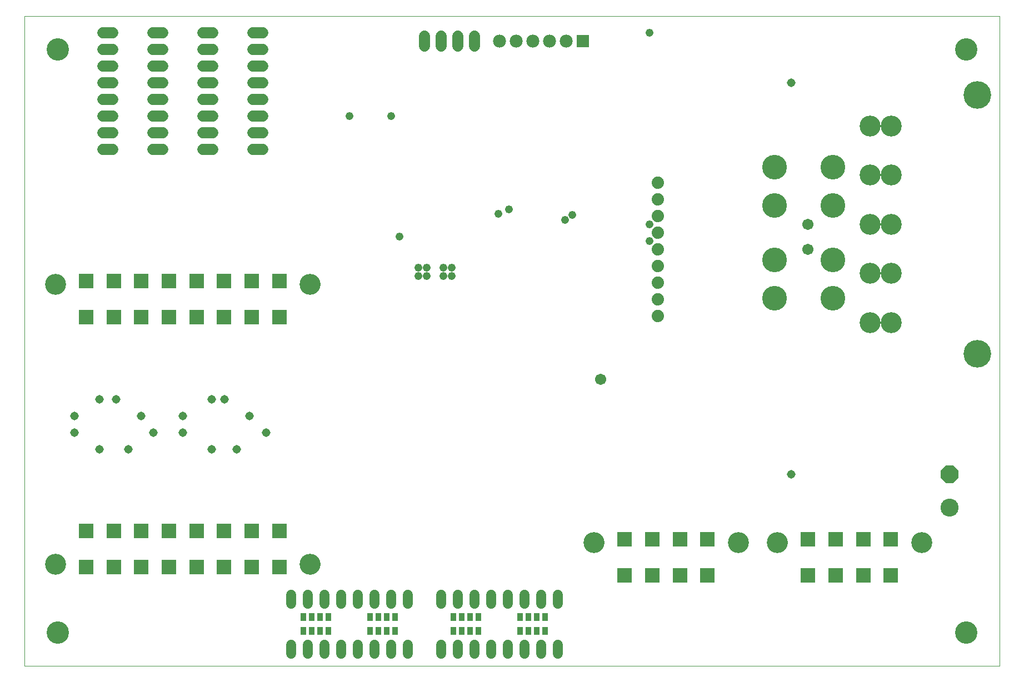
<source format=gbs>
G75*
G70*
%OFA0B0*%
%FSLAX24Y24*%
%IPPOS*%
%LPD*%
%AMOC8*
5,1,8,0,0,1.08239X$1,22.5*
%
%ADD10C,0.0000*%
%ADD11C,0.0674*%
%ADD12R,0.0907X0.0907*%
%ADD13C,0.1261*%
%ADD14C,0.1661*%
%ADD15C,0.1480*%
%ADD16C,0.0600*%
%ADD17R,0.0375X0.0513*%
%ADD18R,0.0780X0.0780*%
%ADD19C,0.0780*%
%ADD20C,0.0740*%
%ADD21C,0.1340*%
%ADD22C,0.1080*%
%ADD23OC8,0.1080*%
%ADD24C,0.0476*%
%ADD25C,0.0516*%
%ADD26C,0.0671*%
D10*
X000655Y001159D02*
X000655Y040159D01*
X059155Y040159D01*
X059155Y001159D01*
X000655Y001159D01*
X002025Y003159D02*
X002027Y003209D01*
X002033Y003259D01*
X002043Y003308D01*
X002057Y003356D01*
X002074Y003403D01*
X002095Y003448D01*
X002120Y003492D01*
X002148Y003533D01*
X002180Y003572D01*
X002214Y003609D01*
X002251Y003643D01*
X002291Y003673D01*
X002333Y003700D01*
X002377Y003724D01*
X002423Y003745D01*
X002470Y003761D01*
X002518Y003774D01*
X002568Y003783D01*
X002617Y003788D01*
X002668Y003789D01*
X002718Y003786D01*
X002767Y003779D01*
X002816Y003768D01*
X002864Y003753D01*
X002910Y003735D01*
X002955Y003713D01*
X002998Y003687D01*
X003039Y003658D01*
X003078Y003626D01*
X003114Y003591D01*
X003146Y003553D01*
X003176Y003513D01*
X003203Y003470D01*
X003226Y003426D01*
X003245Y003380D01*
X003261Y003332D01*
X003273Y003283D01*
X003281Y003234D01*
X003285Y003184D01*
X003285Y003134D01*
X003281Y003084D01*
X003273Y003035D01*
X003261Y002986D01*
X003245Y002938D01*
X003226Y002892D01*
X003203Y002848D01*
X003176Y002805D01*
X003146Y002765D01*
X003114Y002727D01*
X003078Y002692D01*
X003039Y002660D01*
X002998Y002631D01*
X002955Y002605D01*
X002910Y002583D01*
X002864Y002565D01*
X002816Y002550D01*
X002767Y002539D01*
X002718Y002532D01*
X002668Y002529D01*
X002617Y002530D01*
X002568Y002535D01*
X002518Y002544D01*
X002470Y002557D01*
X002423Y002573D01*
X002377Y002594D01*
X002333Y002618D01*
X002291Y002645D01*
X002251Y002675D01*
X002214Y002709D01*
X002180Y002746D01*
X002148Y002785D01*
X002120Y002826D01*
X002095Y002870D01*
X002074Y002915D01*
X002057Y002962D01*
X002043Y003010D01*
X002033Y003059D01*
X002027Y003109D01*
X002025Y003159D01*
X001926Y007257D02*
X001928Y007305D01*
X001934Y007353D01*
X001944Y007400D01*
X001957Y007446D01*
X001975Y007491D01*
X001995Y007535D01*
X002020Y007577D01*
X002048Y007616D01*
X002078Y007653D01*
X002112Y007687D01*
X002149Y007719D01*
X002187Y007748D01*
X002228Y007773D01*
X002271Y007795D01*
X002316Y007813D01*
X002362Y007827D01*
X002409Y007838D01*
X002457Y007845D01*
X002505Y007848D01*
X002553Y007847D01*
X002601Y007842D01*
X002649Y007833D01*
X002695Y007821D01*
X002740Y007804D01*
X002784Y007784D01*
X002826Y007761D01*
X002866Y007734D01*
X002904Y007704D01*
X002939Y007671D01*
X002971Y007635D01*
X003001Y007597D01*
X003027Y007556D01*
X003049Y007513D01*
X003069Y007469D01*
X003084Y007424D01*
X003096Y007377D01*
X003104Y007329D01*
X003108Y007281D01*
X003108Y007233D01*
X003104Y007185D01*
X003096Y007137D01*
X003084Y007090D01*
X003069Y007045D01*
X003049Y007001D01*
X003027Y006958D01*
X003001Y006917D01*
X002971Y006879D01*
X002939Y006843D01*
X002904Y006810D01*
X002866Y006780D01*
X002826Y006753D01*
X002784Y006730D01*
X002740Y006710D01*
X002695Y006693D01*
X002649Y006681D01*
X002601Y006672D01*
X002553Y006667D01*
X002505Y006666D01*
X002457Y006669D01*
X002409Y006676D01*
X002362Y006687D01*
X002316Y006701D01*
X002271Y006719D01*
X002228Y006741D01*
X002187Y006766D01*
X002149Y006795D01*
X002112Y006827D01*
X002078Y006861D01*
X002048Y006898D01*
X002020Y006937D01*
X001995Y006979D01*
X001975Y007023D01*
X001957Y007068D01*
X001944Y007114D01*
X001934Y007161D01*
X001928Y007209D01*
X001926Y007257D01*
X017202Y007257D02*
X017204Y007305D01*
X017210Y007353D01*
X017220Y007400D01*
X017233Y007446D01*
X017251Y007491D01*
X017271Y007535D01*
X017296Y007577D01*
X017324Y007616D01*
X017354Y007653D01*
X017388Y007687D01*
X017425Y007719D01*
X017463Y007748D01*
X017504Y007773D01*
X017547Y007795D01*
X017592Y007813D01*
X017638Y007827D01*
X017685Y007838D01*
X017733Y007845D01*
X017781Y007848D01*
X017829Y007847D01*
X017877Y007842D01*
X017925Y007833D01*
X017971Y007821D01*
X018016Y007804D01*
X018060Y007784D01*
X018102Y007761D01*
X018142Y007734D01*
X018180Y007704D01*
X018215Y007671D01*
X018247Y007635D01*
X018277Y007597D01*
X018303Y007556D01*
X018325Y007513D01*
X018345Y007469D01*
X018360Y007424D01*
X018372Y007377D01*
X018380Y007329D01*
X018384Y007281D01*
X018384Y007233D01*
X018380Y007185D01*
X018372Y007137D01*
X018360Y007090D01*
X018345Y007045D01*
X018325Y007001D01*
X018303Y006958D01*
X018277Y006917D01*
X018247Y006879D01*
X018215Y006843D01*
X018180Y006810D01*
X018142Y006780D01*
X018102Y006753D01*
X018060Y006730D01*
X018016Y006710D01*
X017971Y006693D01*
X017925Y006681D01*
X017877Y006672D01*
X017829Y006667D01*
X017781Y006666D01*
X017733Y006669D01*
X017685Y006676D01*
X017638Y006687D01*
X017592Y006701D01*
X017547Y006719D01*
X017504Y006741D01*
X017463Y006766D01*
X017425Y006795D01*
X017388Y006827D01*
X017354Y006861D01*
X017324Y006898D01*
X017296Y006937D01*
X017271Y006979D01*
X017251Y007023D01*
X017233Y007068D01*
X017220Y007114D01*
X017210Y007161D01*
X017204Y007209D01*
X017202Y007257D01*
X034233Y008561D02*
X034235Y008609D01*
X034241Y008657D01*
X034251Y008704D01*
X034264Y008750D01*
X034282Y008795D01*
X034302Y008839D01*
X034327Y008881D01*
X034355Y008920D01*
X034385Y008957D01*
X034419Y008991D01*
X034456Y009023D01*
X034494Y009052D01*
X034535Y009077D01*
X034578Y009099D01*
X034623Y009117D01*
X034669Y009131D01*
X034716Y009142D01*
X034764Y009149D01*
X034812Y009152D01*
X034860Y009151D01*
X034908Y009146D01*
X034956Y009137D01*
X035002Y009125D01*
X035047Y009108D01*
X035091Y009088D01*
X035133Y009065D01*
X035173Y009038D01*
X035211Y009008D01*
X035246Y008975D01*
X035278Y008939D01*
X035308Y008901D01*
X035334Y008860D01*
X035356Y008817D01*
X035376Y008773D01*
X035391Y008728D01*
X035403Y008681D01*
X035411Y008633D01*
X035415Y008585D01*
X035415Y008537D01*
X035411Y008489D01*
X035403Y008441D01*
X035391Y008394D01*
X035376Y008349D01*
X035356Y008305D01*
X035334Y008262D01*
X035308Y008221D01*
X035278Y008183D01*
X035246Y008147D01*
X035211Y008114D01*
X035173Y008084D01*
X035133Y008057D01*
X035091Y008034D01*
X035047Y008014D01*
X035002Y007997D01*
X034956Y007985D01*
X034908Y007976D01*
X034860Y007971D01*
X034812Y007970D01*
X034764Y007973D01*
X034716Y007980D01*
X034669Y007991D01*
X034623Y008005D01*
X034578Y008023D01*
X034535Y008045D01*
X034494Y008070D01*
X034456Y008099D01*
X034419Y008131D01*
X034385Y008165D01*
X034355Y008202D01*
X034327Y008241D01*
X034302Y008283D01*
X034282Y008327D01*
X034264Y008372D01*
X034251Y008418D01*
X034241Y008465D01*
X034235Y008513D01*
X034233Y008561D01*
X042895Y008561D02*
X042897Y008609D01*
X042903Y008657D01*
X042913Y008704D01*
X042926Y008750D01*
X042944Y008795D01*
X042964Y008839D01*
X042989Y008881D01*
X043017Y008920D01*
X043047Y008957D01*
X043081Y008991D01*
X043118Y009023D01*
X043156Y009052D01*
X043197Y009077D01*
X043240Y009099D01*
X043285Y009117D01*
X043331Y009131D01*
X043378Y009142D01*
X043426Y009149D01*
X043474Y009152D01*
X043522Y009151D01*
X043570Y009146D01*
X043618Y009137D01*
X043664Y009125D01*
X043709Y009108D01*
X043753Y009088D01*
X043795Y009065D01*
X043835Y009038D01*
X043873Y009008D01*
X043908Y008975D01*
X043940Y008939D01*
X043970Y008901D01*
X043996Y008860D01*
X044018Y008817D01*
X044038Y008773D01*
X044053Y008728D01*
X044065Y008681D01*
X044073Y008633D01*
X044077Y008585D01*
X044077Y008537D01*
X044073Y008489D01*
X044065Y008441D01*
X044053Y008394D01*
X044038Y008349D01*
X044018Y008305D01*
X043996Y008262D01*
X043970Y008221D01*
X043940Y008183D01*
X043908Y008147D01*
X043873Y008114D01*
X043835Y008084D01*
X043795Y008057D01*
X043753Y008034D01*
X043709Y008014D01*
X043664Y007997D01*
X043618Y007985D01*
X043570Y007976D01*
X043522Y007971D01*
X043474Y007970D01*
X043426Y007973D01*
X043378Y007980D01*
X043331Y007991D01*
X043285Y008005D01*
X043240Y008023D01*
X043197Y008045D01*
X043156Y008070D01*
X043118Y008099D01*
X043081Y008131D01*
X043047Y008165D01*
X043017Y008202D01*
X042989Y008241D01*
X042964Y008283D01*
X042944Y008327D01*
X042926Y008372D01*
X042913Y008418D01*
X042903Y008465D01*
X042897Y008513D01*
X042895Y008561D01*
X045233Y008561D02*
X045235Y008609D01*
X045241Y008657D01*
X045251Y008704D01*
X045264Y008750D01*
X045282Y008795D01*
X045302Y008839D01*
X045327Y008881D01*
X045355Y008920D01*
X045385Y008957D01*
X045419Y008991D01*
X045456Y009023D01*
X045494Y009052D01*
X045535Y009077D01*
X045578Y009099D01*
X045623Y009117D01*
X045669Y009131D01*
X045716Y009142D01*
X045764Y009149D01*
X045812Y009152D01*
X045860Y009151D01*
X045908Y009146D01*
X045956Y009137D01*
X046002Y009125D01*
X046047Y009108D01*
X046091Y009088D01*
X046133Y009065D01*
X046173Y009038D01*
X046211Y009008D01*
X046246Y008975D01*
X046278Y008939D01*
X046308Y008901D01*
X046334Y008860D01*
X046356Y008817D01*
X046376Y008773D01*
X046391Y008728D01*
X046403Y008681D01*
X046411Y008633D01*
X046415Y008585D01*
X046415Y008537D01*
X046411Y008489D01*
X046403Y008441D01*
X046391Y008394D01*
X046376Y008349D01*
X046356Y008305D01*
X046334Y008262D01*
X046308Y008221D01*
X046278Y008183D01*
X046246Y008147D01*
X046211Y008114D01*
X046173Y008084D01*
X046133Y008057D01*
X046091Y008034D01*
X046047Y008014D01*
X046002Y007997D01*
X045956Y007985D01*
X045908Y007976D01*
X045860Y007971D01*
X045812Y007970D01*
X045764Y007973D01*
X045716Y007980D01*
X045669Y007991D01*
X045623Y008005D01*
X045578Y008023D01*
X045535Y008045D01*
X045494Y008070D01*
X045456Y008099D01*
X045419Y008131D01*
X045385Y008165D01*
X045355Y008202D01*
X045327Y008241D01*
X045302Y008283D01*
X045282Y008327D01*
X045264Y008372D01*
X045251Y008418D01*
X045241Y008465D01*
X045235Y008513D01*
X045233Y008561D01*
X053895Y008561D02*
X053897Y008609D01*
X053903Y008657D01*
X053913Y008704D01*
X053926Y008750D01*
X053944Y008795D01*
X053964Y008839D01*
X053989Y008881D01*
X054017Y008920D01*
X054047Y008957D01*
X054081Y008991D01*
X054118Y009023D01*
X054156Y009052D01*
X054197Y009077D01*
X054240Y009099D01*
X054285Y009117D01*
X054331Y009131D01*
X054378Y009142D01*
X054426Y009149D01*
X054474Y009152D01*
X054522Y009151D01*
X054570Y009146D01*
X054618Y009137D01*
X054664Y009125D01*
X054709Y009108D01*
X054753Y009088D01*
X054795Y009065D01*
X054835Y009038D01*
X054873Y009008D01*
X054908Y008975D01*
X054940Y008939D01*
X054970Y008901D01*
X054996Y008860D01*
X055018Y008817D01*
X055038Y008773D01*
X055053Y008728D01*
X055065Y008681D01*
X055073Y008633D01*
X055077Y008585D01*
X055077Y008537D01*
X055073Y008489D01*
X055065Y008441D01*
X055053Y008394D01*
X055038Y008349D01*
X055018Y008305D01*
X054996Y008262D01*
X054970Y008221D01*
X054940Y008183D01*
X054908Y008147D01*
X054873Y008114D01*
X054835Y008084D01*
X054795Y008057D01*
X054753Y008034D01*
X054709Y008014D01*
X054664Y007997D01*
X054618Y007985D01*
X054570Y007976D01*
X054522Y007971D01*
X054474Y007970D01*
X054426Y007973D01*
X054378Y007980D01*
X054331Y007991D01*
X054285Y008005D01*
X054240Y008023D01*
X054197Y008045D01*
X054156Y008070D01*
X054118Y008099D01*
X054081Y008131D01*
X054047Y008165D01*
X054017Y008202D01*
X053989Y008241D01*
X053964Y008283D01*
X053944Y008327D01*
X053926Y008372D01*
X053913Y008418D01*
X053903Y008465D01*
X053897Y008513D01*
X053895Y008561D01*
X056525Y003159D02*
X056527Y003209D01*
X056533Y003259D01*
X056543Y003308D01*
X056557Y003356D01*
X056574Y003403D01*
X056595Y003448D01*
X056620Y003492D01*
X056648Y003533D01*
X056680Y003572D01*
X056714Y003609D01*
X056751Y003643D01*
X056791Y003673D01*
X056833Y003700D01*
X056877Y003724D01*
X056923Y003745D01*
X056970Y003761D01*
X057018Y003774D01*
X057068Y003783D01*
X057117Y003788D01*
X057168Y003789D01*
X057218Y003786D01*
X057267Y003779D01*
X057316Y003768D01*
X057364Y003753D01*
X057410Y003735D01*
X057455Y003713D01*
X057498Y003687D01*
X057539Y003658D01*
X057578Y003626D01*
X057614Y003591D01*
X057646Y003553D01*
X057676Y003513D01*
X057703Y003470D01*
X057726Y003426D01*
X057745Y003380D01*
X057761Y003332D01*
X057773Y003283D01*
X057781Y003234D01*
X057785Y003184D01*
X057785Y003134D01*
X057781Y003084D01*
X057773Y003035D01*
X057761Y002986D01*
X057745Y002938D01*
X057726Y002892D01*
X057703Y002848D01*
X057676Y002805D01*
X057646Y002765D01*
X057614Y002727D01*
X057578Y002692D01*
X057539Y002660D01*
X057498Y002631D01*
X057455Y002605D01*
X057410Y002583D01*
X057364Y002565D01*
X057316Y002550D01*
X057267Y002539D01*
X057218Y002532D01*
X057168Y002529D01*
X057117Y002530D01*
X057068Y002535D01*
X057018Y002544D01*
X056970Y002557D01*
X056923Y002573D01*
X056877Y002594D01*
X056833Y002618D01*
X056791Y002645D01*
X056751Y002675D01*
X056714Y002709D01*
X056680Y002746D01*
X056648Y002785D01*
X056620Y002826D01*
X056595Y002870D01*
X056574Y002915D01*
X056557Y002962D01*
X056543Y003010D01*
X056533Y003059D01*
X056527Y003109D01*
X056525Y003159D01*
X017202Y024061D02*
X017204Y024109D01*
X017210Y024157D01*
X017220Y024204D01*
X017233Y024250D01*
X017251Y024295D01*
X017271Y024339D01*
X017296Y024381D01*
X017324Y024420D01*
X017354Y024457D01*
X017388Y024491D01*
X017425Y024523D01*
X017463Y024552D01*
X017504Y024577D01*
X017547Y024599D01*
X017592Y024617D01*
X017638Y024631D01*
X017685Y024642D01*
X017733Y024649D01*
X017781Y024652D01*
X017829Y024651D01*
X017877Y024646D01*
X017925Y024637D01*
X017971Y024625D01*
X018016Y024608D01*
X018060Y024588D01*
X018102Y024565D01*
X018142Y024538D01*
X018180Y024508D01*
X018215Y024475D01*
X018247Y024439D01*
X018277Y024401D01*
X018303Y024360D01*
X018325Y024317D01*
X018345Y024273D01*
X018360Y024228D01*
X018372Y024181D01*
X018380Y024133D01*
X018384Y024085D01*
X018384Y024037D01*
X018380Y023989D01*
X018372Y023941D01*
X018360Y023894D01*
X018345Y023849D01*
X018325Y023805D01*
X018303Y023762D01*
X018277Y023721D01*
X018247Y023683D01*
X018215Y023647D01*
X018180Y023614D01*
X018142Y023584D01*
X018102Y023557D01*
X018060Y023534D01*
X018016Y023514D01*
X017971Y023497D01*
X017925Y023485D01*
X017877Y023476D01*
X017829Y023471D01*
X017781Y023470D01*
X017733Y023473D01*
X017685Y023480D01*
X017638Y023491D01*
X017592Y023505D01*
X017547Y023523D01*
X017504Y023545D01*
X017463Y023570D01*
X017425Y023599D01*
X017388Y023631D01*
X017354Y023665D01*
X017324Y023702D01*
X017296Y023741D01*
X017271Y023783D01*
X017251Y023827D01*
X017233Y023872D01*
X017220Y023918D01*
X017210Y023965D01*
X017204Y024013D01*
X017202Y024061D01*
X001926Y024061D02*
X001928Y024109D01*
X001934Y024157D01*
X001944Y024204D01*
X001957Y024250D01*
X001975Y024295D01*
X001995Y024339D01*
X002020Y024381D01*
X002048Y024420D01*
X002078Y024457D01*
X002112Y024491D01*
X002149Y024523D01*
X002187Y024552D01*
X002228Y024577D01*
X002271Y024599D01*
X002316Y024617D01*
X002362Y024631D01*
X002409Y024642D01*
X002457Y024649D01*
X002505Y024652D01*
X002553Y024651D01*
X002601Y024646D01*
X002649Y024637D01*
X002695Y024625D01*
X002740Y024608D01*
X002784Y024588D01*
X002826Y024565D01*
X002866Y024538D01*
X002904Y024508D01*
X002939Y024475D01*
X002971Y024439D01*
X003001Y024401D01*
X003027Y024360D01*
X003049Y024317D01*
X003069Y024273D01*
X003084Y024228D01*
X003096Y024181D01*
X003104Y024133D01*
X003108Y024085D01*
X003108Y024037D01*
X003104Y023989D01*
X003096Y023941D01*
X003084Y023894D01*
X003069Y023849D01*
X003049Y023805D01*
X003027Y023762D01*
X003001Y023721D01*
X002971Y023683D01*
X002939Y023647D01*
X002904Y023614D01*
X002866Y023584D01*
X002826Y023557D01*
X002784Y023534D01*
X002740Y023514D01*
X002695Y023497D01*
X002649Y023485D01*
X002601Y023476D01*
X002553Y023471D01*
X002505Y023470D01*
X002457Y023473D01*
X002409Y023480D01*
X002362Y023491D01*
X002316Y023505D01*
X002271Y023523D01*
X002228Y023545D01*
X002187Y023570D01*
X002149Y023599D01*
X002112Y023631D01*
X002078Y023665D01*
X002048Y023702D01*
X002020Y023741D01*
X001995Y023783D01*
X001975Y023827D01*
X001957Y023872D01*
X001944Y023918D01*
X001934Y023965D01*
X001928Y024013D01*
X001926Y024061D01*
X002025Y038159D02*
X002027Y038209D01*
X002033Y038259D01*
X002043Y038308D01*
X002057Y038356D01*
X002074Y038403D01*
X002095Y038448D01*
X002120Y038492D01*
X002148Y038533D01*
X002180Y038572D01*
X002214Y038609D01*
X002251Y038643D01*
X002291Y038673D01*
X002333Y038700D01*
X002377Y038724D01*
X002423Y038745D01*
X002470Y038761D01*
X002518Y038774D01*
X002568Y038783D01*
X002617Y038788D01*
X002668Y038789D01*
X002718Y038786D01*
X002767Y038779D01*
X002816Y038768D01*
X002864Y038753D01*
X002910Y038735D01*
X002955Y038713D01*
X002998Y038687D01*
X003039Y038658D01*
X003078Y038626D01*
X003114Y038591D01*
X003146Y038553D01*
X003176Y038513D01*
X003203Y038470D01*
X003226Y038426D01*
X003245Y038380D01*
X003261Y038332D01*
X003273Y038283D01*
X003281Y038234D01*
X003285Y038184D01*
X003285Y038134D01*
X003281Y038084D01*
X003273Y038035D01*
X003261Y037986D01*
X003245Y037938D01*
X003226Y037892D01*
X003203Y037848D01*
X003176Y037805D01*
X003146Y037765D01*
X003114Y037727D01*
X003078Y037692D01*
X003039Y037660D01*
X002998Y037631D01*
X002955Y037605D01*
X002910Y037583D01*
X002864Y037565D01*
X002816Y037550D01*
X002767Y037539D01*
X002718Y037532D01*
X002668Y037529D01*
X002617Y037530D01*
X002568Y037535D01*
X002518Y037544D01*
X002470Y037557D01*
X002423Y037573D01*
X002377Y037594D01*
X002333Y037618D01*
X002291Y037645D01*
X002251Y037675D01*
X002214Y037709D01*
X002180Y037746D01*
X002148Y037785D01*
X002120Y037826D01*
X002095Y037870D01*
X002074Y037915D01*
X002057Y037962D01*
X002043Y038010D01*
X002033Y038059D01*
X002027Y038109D01*
X002025Y038159D01*
X056525Y038159D02*
X056527Y038209D01*
X056533Y038259D01*
X056543Y038308D01*
X056557Y038356D01*
X056574Y038403D01*
X056595Y038448D01*
X056620Y038492D01*
X056648Y038533D01*
X056680Y038572D01*
X056714Y038609D01*
X056751Y038643D01*
X056791Y038673D01*
X056833Y038700D01*
X056877Y038724D01*
X056923Y038745D01*
X056970Y038761D01*
X057018Y038774D01*
X057068Y038783D01*
X057117Y038788D01*
X057168Y038789D01*
X057218Y038786D01*
X057267Y038779D01*
X057316Y038768D01*
X057364Y038753D01*
X057410Y038735D01*
X057455Y038713D01*
X057498Y038687D01*
X057539Y038658D01*
X057578Y038626D01*
X057614Y038591D01*
X057646Y038553D01*
X057676Y038513D01*
X057703Y038470D01*
X057726Y038426D01*
X057745Y038380D01*
X057761Y038332D01*
X057773Y038283D01*
X057781Y038234D01*
X057785Y038184D01*
X057785Y038134D01*
X057781Y038084D01*
X057773Y038035D01*
X057761Y037986D01*
X057745Y037938D01*
X057726Y037892D01*
X057703Y037848D01*
X057676Y037805D01*
X057646Y037765D01*
X057614Y037727D01*
X057578Y037692D01*
X057539Y037660D01*
X057498Y037631D01*
X057455Y037605D01*
X057410Y037583D01*
X057364Y037565D01*
X057316Y037550D01*
X057267Y037539D01*
X057218Y037532D01*
X057168Y037529D01*
X057117Y037530D01*
X057068Y037535D01*
X057018Y037544D01*
X056970Y037557D01*
X056923Y037573D01*
X056877Y037594D01*
X056833Y037618D01*
X056791Y037645D01*
X056751Y037675D01*
X056714Y037709D01*
X056680Y037746D01*
X056648Y037785D01*
X056620Y037826D01*
X056595Y037870D01*
X056574Y037915D01*
X056557Y037962D01*
X056543Y038010D01*
X056533Y038059D01*
X056527Y038109D01*
X056525Y038159D01*
D11*
X027655Y038362D02*
X027655Y038956D01*
X026655Y038956D02*
X026655Y038362D01*
X025655Y038362D02*
X025655Y038956D01*
X024655Y038956D02*
X024655Y038362D01*
X014952Y038159D02*
X014358Y038159D01*
X014358Y039159D02*
X014952Y039159D01*
X014952Y037159D02*
X014358Y037159D01*
X014358Y036159D02*
X014952Y036159D01*
X014952Y035159D02*
X014358Y035159D01*
X014358Y034159D02*
X014952Y034159D01*
X014952Y033159D02*
X014358Y033159D01*
X014358Y032159D02*
X014952Y032159D01*
X011952Y032159D02*
X011358Y032159D01*
X011358Y033159D02*
X011952Y033159D01*
X011952Y034159D02*
X011358Y034159D01*
X011358Y035159D02*
X011952Y035159D01*
X011952Y036159D02*
X011358Y036159D01*
X011358Y037159D02*
X011952Y037159D01*
X011952Y038159D02*
X011358Y038159D01*
X011358Y039159D02*
X011952Y039159D01*
X008952Y039159D02*
X008358Y039159D01*
X008358Y038159D02*
X008952Y038159D01*
X008952Y037159D02*
X008358Y037159D01*
X008358Y036159D02*
X008952Y036159D01*
X008952Y035159D02*
X008358Y035159D01*
X008358Y034159D02*
X008952Y034159D01*
X008952Y033159D02*
X008358Y033159D01*
X008358Y032159D02*
X008952Y032159D01*
X005952Y032159D02*
X005358Y032159D01*
X005358Y033159D02*
X005952Y033159D01*
X005952Y034159D02*
X005358Y034159D01*
X005358Y035159D02*
X005952Y035159D01*
X005952Y036159D02*
X005358Y036159D01*
X005358Y037159D02*
X005952Y037159D01*
X005952Y038159D02*
X005358Y038159D01*
X005358Y039159D02*
X005952Y039159D01*
D12*
X006021Y024242D03*
X007675Y024242D03*
X009328Y024242D03*
X010982Y024242D03*
X012635Y024242D03*
X014289Y024242D03*
X015943Y024242D03*
X015943Y022076D03*
X014289Y022076D03*
X012635Y022076D03*
X010982Y022076D03*
X009328Y022076D03*
X007675Y022076D03*
X006021Y022076D03*
X004368Y022076D03*
X004368Y024242D03*
X004368Y009242D03*
X006021Y009242D03*
X007675Y009242D03*
X009328Y009242D03*
X010982Y009242D03*
X012635Y009242D03*
X014289Y009242D03*
X015943Y009242D03*
X015943Y007076D03*
X014289Y007076D03*
X012635Y007076D03*
X010982Y007076D03*
X009328Y007076D03*
X007675Y007076D03*
X006021Y007076D03*
X004368Y007076D03*
X036675Y006576D03*
X038328Y006576D03*
X039982Y006576D03*
X041635Y006576D03*
X041635Y008742D03*
X039982Y008742D03*
X038328Y008742D03*
X036675Y008742D03*
X047675Y008742D03*
X049328Y008742D03*
X050982Y008742D03*
X052635Y008742D03*
X052635Y006576D03*
X050982Y006576D03*
X049328Y006576D03*
X047675Y006576D03*
D13*
X045824Y008561D03*
X043486Y008561D03*
X034824Y008561D03*
X017793Y007257D03*
X002517Y007257D03*
X002517Y024061D03*
X017793Y024061D03*
X051403Y024710D03*
X052655Y024710D03*
X052655Y021761D03*
X051403Y021761D03*
X051403Y027659D03*
X052655Y027659D03*
X052655Y030608D03*
X051403Y030608D03*
X051403Y033557D03*
X052655Y033557D03*
X054486Y008561D03*
D14*
X057824Y019891D03*
X057824Y035427D03*
D15*
X049155Y031096D03*
X049155Y028796D03*
X045655Y028796D03*
X045655Y031096D03*
X045655Y025522D03*
X045655Y023222D03*
X049155Y023222D03*
X049155Y025522D03*
D16*
X032655Y005419D02*
X032655Y004899D01*
X031655Y004899D02*
X031655Y005419D01*
X030655Y005419D02*
X030655Y004899D01*
X029655Y004899D02*
X029655Y005419D01*
X028655Y005419D02*
X028655Y004899D01*
X027655Y004899D02*
X027655Y005419D01*
X026655Y005419D02*
X026655Y004899D01*
X025655Y004899D02*
X025655Y005419D01*
X023655Y005419D02*
X023655Y004899D01*
X022655Y004899D02*
X022655Y005419D01*
X021655Y005419D02*
X021655Y004899D01*
X020655Y004899D02*
X020655Y005419D01*
X019655Y005419D02*
X019655Y004899D01*
X018655Y004899D02*
X018655Y005419D01*
X017655Y005419D02*
X017655Y004899D01*
X016655Y004899D02*
X016655Y005419D01*
X016655Y002419D02*
X016655Y001899D01*
X017655Y001899D02*
X017655Y002419D01*
X018655Y002419D02*
X018655Y001899D01*
X019655Y001899D02*
X019655Y002419D01*
X020655Y002419D02*
X020655Y001899D01*
X021655Y001899D02*
X021655Y002419D01*
X022655Y002419D02*
X022655Y001899D01*
X023655Y001899D02*
X023655Y002419D01*
X025655Y002419D02*
X025655Y001899D01*
X026655Y001899D02*
X026655Y002419D01*
X027655Y002419D02*
X027655Y001899D01*
X028655Y001899D02*
X028655Y002419D01*
X029655Y002419D02*
X029655Y001899D01*
X030655Y001899D02*
X030655Y002419D01*
X031655Y002419D02*
X031655Y001899D01*
X032655Y001899D02*
X032655Y002419D01*
D17*
X031905Y003238D03*
X031405Y003238D03*
X030905Y003238D03*
X030405Y003238D03*
X030405Y004080D03*
X030905Y004080D03*
X031405Y004080D03*
X031905Y004080D03*
X027905Y004080D03*
X027405Y004080D03*
X026905Y004080D03*
X026405Y004080D03*
X026405Y003238D03*
X026905Y003238D03*
X027405Y003238D03*
X027905Y003238D03*
X022905Y003238D03*
X022405Y003238D03*
X021905Y003238D03*
X021405Y003238D03*
X021405Y004080D03*
X021905Y004080D03*
X022405Y004080D03*
X022905Y004080D03*
X018905Y004080D03*
X018405Y004080D03*
X017905Y004080D03*
X017405Y004080D03*
X017405Y003238D03*
X017905Y003238D03*
X018405Y003238D03*
X018905Y003238D03*
D18*
X034155Y038659D03*
D19*
X033155Y038659D03*
X032155Y038659D03*
X031155Y038659D03*
X030155Y038659D03*
X029155Y038659D03*
D20*
X038655Y030159D03*
X038655Y029159D03*
X038655Y028159D03*
X038655Y027159D03*
X038655Y026159D03*
X038655Y025159D03*
X038655Y024159D03*
X038655Y023159D03*
X038655Y022159D03*
D21*
X057155Y038159D03*
X057155Y003159D03*
X002655Y003159D03*
X002655Y038159D03*
D22*
X056155Y010659D03*
D23*
X056155Y012659D03*
D24*
X038155Y026659D03*
X038155Y027659D03*
X033530Y028222D03*
X033093Y027909D03*
X029718Y028534D03*
X029093Y028284D03*
X026280Y025034D03*
X025780Y025034D03*
X025780Y024534D03*
X026280Y024534D03*
X024780Y024534D03*
X024280Y024534D03*
X024280Y025034D03*
X024780Y025034D03*
X023155Y026909D03*
X022655Y034159D03*
X020155Y034159D03*
X038155Y039159D03*
D25*
X046655Y036159D03*
X015155Y015159D03*
X014155Y016159D03*
X012655Y017159D03*
X011905Y017159D03*
X010155Y016159D03*
X010155Y015159D03*
X008405Y015159D03*
X007655Y016159D03*
X006155Y017159D03*
X005155Y017159D03*
X003655Y016159D03*
X003655Y015159D03*
X005155Y014159D03*
X006905Y014159D03*
X011905Y014159D03*
X013405Y014159D03*
X046655Y012659D03*
D26*
X035218Y018347D03*
X047655Y026159D03*
X047655Y027659D03*
M02*

</source>
